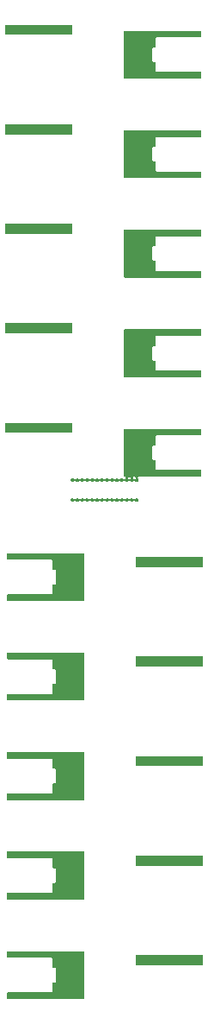
<source format=gbr>
G04 #@! TF.GenerationSoftware,KiCad,Pcbnew,(5.0.2)-1*
G04 #@! TF.CreationDate,2019-09-04T12:36:58-04:00*
G04 #@! TF.ProjectId,MMCX_2DD-100P_Both,4d4d4358-5f32-4444-942d-313030505f42,rev?*
G04 #@! TF.SameCoordinates,Original*
G04 #@! TF.FileFunction,Soldermask,Top*
G04 #@! TF.FilePolarity,Negative*
%FSLAX46Y46*%
G04 Gerber Fmt 4.6, Leading zero omitted, Abs format (unit mm)*
G04 Created by KiCad (PCBNEW (5.0.2)-1) date 9/4/2019 12:36:58 PM*
%MOMM*%
%LPD*%
G01*
G04 APERTURE LIST*
%ADD10C,0.100000*%
G04 APERTURE END LIST*
D10*
G36*
X81933789Y-144944833D02*
X81943401Y-144947749D01*
X81952259Y-144952484D01*
X81960027Y-144958859D01*
X81966402Y-144966627D01*
X81971137Y-144975485D01*
X81974053Y-144985097D01*
X81975642Y-145001236D01*
X81975642Y-146514256D01*
X81974053Y-146530395D01*
X81972137Y-146536710D01*
X81967356Y-146560744D01*
X81967356Y-146585248D01*
X81972136Y-146609281D01*
X81974790Y-146615688D01*
X81974790Y-147974237D01*
X81969156Y-147992810D01*
X81966754Y-148017196D01*
X81969156Y-148041582D01*
X81972137Y-148053482D01*
X81974053Y-148059797D01*
X81975642Y-148075936D01*
X81975642Y-149588956D01*
X81974053Y-149605095D01*
X81971137Y-149614707D01*
X81966402Y-149623565D01*
X81960027Y-149631333D01*
X81952259Y-149637708D01*
X81943401Y-149642443D01*
X81933789Y-149645359D01*
X81917650Y-149646948D01*
X74429930Y-149646948D01*
X74413791Y-149645359D01*
X74404179Y-149642443D01*
X74395321Y-149637708D01*
X74387553Y-149631333D01*
X74381178Y-149623565D01*
X74376443Y-149614707D01*
X74373527Y-149605095D01*
X74371938Y-149588956D01*
X74371938Y-149051236D01*
X74373527Y-149035097D01*
X74376443Y-149025485D01*
X74381178Y-149016627D01*
X74387553Y-149008859D01*
X74395321Y-149002484D01*
X74404179Y-148997749D01*
X74413791Y-148994833D01*
X74429930Y-148993244D01*
X78746938Y-148993244D01*
X78771324Y-148990842D01*
X78794773Y-148983729D01*
X78816384Y-148972178D01*
X78835326Y-148956632D01*
X78850872Y-148937690D01*
X78862423Y-148916079D01*
X78869536Y-148892630D01*
X78871938Y-148868244D01*
X78871938Y-148075936D01*
X78873527Y-148059797D01*
X78876443Y-148050185D01*
X78881178Y-148041327D01*
X78887553Y-148033559D01*
X78895321Y-148027184D01*
X78904179Y-148022449D01*
X78913791Y-148019533D01*
X78929930Y-148017944D01*
X79052590Y-148017944D01*
X79076976Y-148015542D01*
X79100425Y-148008429D01*
X79122036Y-147996878D01*
X79140978Y-147981332D01*
X79156524Y-147962390D01*
X79168075Y-147940779D01*
X79175188Y-147917330D01*
X79177590Y-147892944D01*
X79177590Y-146697248D01*
X79175188Y-146672862D01*
X79168075Y-146649413D01*
X79156524Y-146627802D01*
X79140978Y-146608860D01*
X79122036Y-146593314D01*
X79100425Y-146581763D01*
X79076976Y-146574650D01*
X79052590Y-146572248D01*
X78929930Y-146572248D01*
X78913791Y-146570659D01*
X78904179Y-146567743D01*
X78895321Y-146563008D01*
X78887553Y-146556633D01*
X78881178Y-146548865D01*
X78876443Y-146540007D01*
X78873527Y-146530395D01*
X78871938Y-146514256D01*
X78871938Y-145721948D01*
X78869536Y-145697562D01*
X78862423Y-145674113D01*
X78850872Y-145652502D01*
X78835326Y-145633560D01*
X78816384Y-145618014D01*
X78794773Y-145606463D01*
X78771324Y-145599350D01*
X78746938Y-145596948D01*
X74429930Y-145596948D01*
X74413791Y-145595359D01*
X74404179Y-145592443D01*
X74395321Y-145587708D01*
X74387553Y-145581333D01*
X74381178Y-145573565D01*
X74376443Y-145564707D01*
X74373527Y-145555095D01*
X74371938Y-145538956D01*
X74371938Y-145001236D01*
X74373527Y-144985097D01*
X74376443Y-144975485D01*
X74381178Y-144966627D01*
X74387553Y-144958859D01*
X74395321Y-144952484D01*
X74404179Y-144947749D01*
X74413791Y-144944833D01*
X74429930Y-144943244D01*
X81917650Y-144943244D01*
X81933789Y-144944833D01*
X81933789Y-144944833D01*
G37*
G36*
X93661440Y-146324275D02*
X87082440Y-146324275D01*
X87082440Y-145338355D01*
X93661440Y-145338355D01*
X93661440Y-146324275D01*
X93661440Y-146324275D01*
G37*
G36*
X81933789Y-135186313D02*
X81943401Y-135189229D01*
X81952259Y-135193964D01*
X81960027Y-135200339D01*
X81966402Y-135208107D01*
X81971137Y-135216965D01*
X81974053Y-135226577D01*
X81975642Y-135242716D01*
X81975642Y-136755736D01*
X81974053Y-136771875D01*
X81972137Y-136778190D01*
X81967356Y-136802224D01*
X81967356Y-136826728D01*
X81972136Y-136850761D01*
X81974790Y-136857168D01*
X81974790Y-138215717D01*
X81969156Y-138234290D01*
X81966754Y-138258676D01*
X81969156Y-138283062D01*
X81972137Y-138294962D01*
X81974053Y-138301277D01*
X81975642Y-138317416D01*
X81975642Y-139830436D01*
X81974053Y-139846575D01*
X81971137Y-139856187D01*
X81966402Y-139865045D01*
X81960027Y-139872813D01*
X81952259Y-139879188D01*
X81943401Y-139883923D01*
X81933789Y-139886839D01*
X81917650Y-139888428D01*
X74429930Y-139888428D01*
X74413791Y-139886839D01*
X74404179Y-139883923D01*
X74395321Y-139879188D01*
X74387553Y-139872813D01*
X74381178Y-139865045D01*
X74376443Y-139856187D01*
X74373527Y-139846575D01*
X74371938Y-139830436D01*
X74371938Y-139292716D01*
X74373527Y-139276577D01*
X74376443Y-139266965D01*
X74381178Y-139258107D01*
X74387553Y-139250339D01*
X74395321Y-139243964D01*
X74404179Y-139239229D01*
X74413791Y-139236313D01*
X74429930Y-139234724D01*
X78746938Y-139234724D01*
X78771324Y-139232322D01*
X78794773Y-139225209D01*
X78816384Y-139213658D01*
X78835326Y-139198112D01*
X78850872Y-139179170D01*
X78862423Y-139157559D01*
X78869536Y-139134110D01*
X78871938Y-139109724D01*
X78871938Y-138317416D01*
X78873527Y-138301277D01*
X78876443Y-138291665D01*
X78881178Y-138282807D01*
X78887553Y-138275039D01*
X78895321Y-138268664D01*
X78904179Y-138263929D01*
X78913791Y-138261013D01*
X78929930Y-138259424D01*
X79052590Y-138259424D01*
X79076976Y-138257022D01*
X79100425Y-138249909D01*
X79122036Y-138238358D01*
X79140978Y-138222812D01*
X79156524Y-138203870D01*
X79168075Y-138182259D01*
X79175188Y-138158810D01*
X79177590Y-138134424D01*
X79177590Y-136938728D01*
X79175188Y-136914342D01*
X79168075Y-136890893D01*
X79156524Y-136869282D01*
X79140978Y-136850340D01*
X79122036Y-136834794D01*
X79100425Y-136823243D01*
X79076976Y-136816130D01*
X79052590Y-136813728D01*
X78929930Y-136813728D01*
X78913791Y-136812139D01*
X78904179Y-136809223D01*
X78895321Y-136804488D01*
X78887553Y-136798113D01*
X78881178Y-136790345D01*
X78876443Y-136781487D01*
X78873527Y-136771875D01*
X78871938Y-136755736D01*
X78871938Y-135963428D01*
X78869536Y-135939042D01*
X78862423Y-135915593D01*
X78850872Y-135893982D01*
X78835326Y-135875040D01*
X78816384Y-135859494D01*
X78794773Y-135847943D01*
X78771324Y-135840830D01*
X78746938Y-135838428D01*
X74429930Y-135838428D01*
X74413791Y-135836839D01*
X74404179Y-135833923D01*
X74395321Y-135829188D01*
X74387553Y-135822813D01*
X74381178Y-135815045D01*
X74376443Y-135806187D01*
X74373527Y-135796575D01*
X74371938Y-135780436D01*
X74371938Y-135242716D01*
X74373527Y-135226577D01*
X74376443Y-135216965D01*
X74381178Y-135208107D01*
X74387553Y-135200339D01*
X74395321Y-135193964D01*
X74404179Y-135189229D01*
X74413791Y-135186313D01*
X74429930Y-135184724D01*
X81917650Y-135184724D01*
X81933789Y-135186313D01*
X81933789Y-135186313D01*
G37*
G36*
X93661440Y-136565758D02*
X87082440Y-136565758D01*
X87082440Y-135579838D01*
X93661440Y-135579838D01*
X93661440Y-136565758D01*
X93661440Y-136565758D01*
G37*
G36*
X81933789Y-125427793D02*
X81943401Y-125430709D01*
X81952259Y-125435444D01*
X81960027Y-125441819D01*
X81966402Y-125449587D01*
X81971137Y-125458445D01*
X81974053Y-125468057D01*
X81975642Y-125484196D01*
X81975642Y-126997216D01*
X81974053Y-127013355D01*
X81972137Y-127019670D01*
X81967356Y-127043704D01*
X81967356Y-127068208D01*
X81972136Y-127092241D01*
X81974790Y-127098648D01*
X81974790Y-128457197D01*
X81969156Y-128475770D01*
X81966754Y-128500156D01*
X81969156Y-128524542D01*
X81972137Y-128536442D01*
X81974053Y-128542757D01*
X81975642Y-128558896D01*
X81975642Y-130071916D01*
X81974053Y-130088055D01*
X81971137Y-130097667D01*
X81966402Y-130106525D01*
X81960027Y-130114293D01*
X81952259Y-130120668D01*
X81943401Y-130125403D01*
X81933789Y-130128319D01*
X81917650Y-130129908D01*
X74429930Y-130129908D01*
X74413791Y-130128319D01*
X74404179Y-130125403D01*
X74395321Y-130120668D01*
X74387553Y-130114293D01*
X74381178Y-130106525D01*
X74376443Y-130097667D01*
X74373527Y-130088055D01*
X74371938Y-130071916D01*
X74371938Y-129534196D01*
X74373527Y-129518057D01*
X74376443Y-129508445D01*
X74381178Y-129499587D01*
X74387553Y-129491819D01*
X74395321Y-129485444D01*
X74404179Y-129480709D01*
X74413791Y-129477793D01*
X74429930Y-129476204D01*
X78746938Y-129476204D01*
X78771324Y-129473802D01*
X78794773Y-129466689D01*
X78816384Y-129455138D01*
X78835326Y-129439592D01*
X78850872Y-129420650D01*
X78862423Y-129399039D01*
X78869536Y-129375590D01*
X78871938Y-129351204D01*
X78871938Y-128558896D01*
X78873527Y-128542757D01*
X78876443Y-128533145D01*
X78881178Y-128524287D01*
X78887553Y-128516519D01*
X78895321Y-128510144D01*
X78904179Y-128505409D01*
X78913791Y-128502493D01*
X78929930Y-128500904D01*
X79052590Y-128500904D01*
X79076976Y-128498502D01*
X79100425Y-128491389D01*
X79122036Y-128479838D01*
X79140978Y-128464292D01*
X79156524Y-128445350D01*
X79168075Y-128423739D01*
X79175188Y-128400290D01*
X79177590Y-128375904D01*
X79177590Y-127180208D01*
X79175188Y-127155822D01*
X79168075Y-127132373D01*
X79156524Y-127110762D01*
X79140978Y-127091820D01*
X79122036Y-127076274D01*
X79100425Y-127064723D01*
X79076976Y-127057610D01*
X79052590Y-127055208D01*
X78929930Y-127055208D01*
X78913791Y-127053619D01*
X78904179Y-127050703D01*
X78895321Y-127045968D01*
X78887553Y-127039593D01*
X78881178Y-127031825D01*
X78876443Y-127022967D01*
X78873527Y-127013355D01*
X78871938Y-126997216D01*
X78871938Y-126204908D01*
X78869536Y-126180522D01*
X78862423Y-126157073D01*
X78850872Y-126135462D01*
X78835326Y-126116520D01*
X78816384Y-126100974D01*
X78794773Y-126089423D01*
X78771324Y-126082310D01*
X78746938Y-126079908D01*
X74429930Y-126079908D01*
X74413791Y-126078319D01*
X74404179Y-126075403D01*
X74395321Y-126070668D01*
X74387553Y-126064293D01*
X74381178Y-126056525D01*
X74376443Y-126047667D01*
X74373527Y-126038055D01*
X74371938Y-126021916D01*
X74371938Y-125484196D01*
X74373527Y-125468057D01*
X74376443Y-125458445D01*
X74381178Y-125449587D01*
X74387553Y-125441819D01*
X74395321Y-125435444D01*
X74404179Y-125430709D01*
X74413791Y-125427793D01*
X74429930Y-125426204D01*
X81917650Y-125426204D01*
X81933789Y-125427793D01*
X81933789Y-125427793D01*
G37*
G36*
X93661440Y-126807235D02*
X87082440Y-126807235D01*
X87082440Y-125821315D01*
X93661440Y-125821315D01*
X93661440Y-126807235D01*
X93661440Y-126807235D01*
G37*
G36*
X81933789Y-115669273D02*
X81943401Y-115672189D01*
X81952259Y-115676924D01*
X81960027Y-115683299D01*
X81966402Y-115691067D01*
X81971137Y-115699925D01*
X81974053Y-115709537D01*
X81975642Y-115725676D01*
X81975642Y-117238696D01*
X81974053Y-117254835D01*
X81972137Y-117261150D01*
X81967356Y-117285184D01*
X81967356Y-117309688D01*
X81972136Y-117333721D01*
X81974790Y-117340128D01*
X81974790Y-118698677D01*
X81969156Y-118717250D01*
X81966754Y-118741636D01*
X81969156Y-118766022D01*
X81972137Y-118777922D01*
X81974053Y-118784237D01*
X81975642Y-118800376D01*
X81975642Y-120313396D01*
X81974053Y-120329535D01*
X81971137Y-120339147D01*
X81966402Y-120348005D01*
X81960027Y-120355773D01*
X81952259Y-120362148D01*
X81943401Y-120366883D01*
X81933789Y-120369799D01*
X81917650Y-120371388D01*
X74429930Y-120371388D01*
X74413791Y-120369799D01*
X74404179Y-120366883D01*
X74395321Y-120362148D01*
X74387553Y-120355773D01*
X74381178Y-120348005D01*
X74376443Y-120339147D01*
X74373527Y-120329535D01*
X74371938Y-120313396D01*
X74371938Y-119775676D01*
X74373527Y-119759537D01*
X74376443Y-119749925D01*
X74381178Y-119741067D01*
X74387553Y-119733299D01*
X74395321Y-119726924D01*
X74404179Y-119722189D01*
X74413791Y-119719273D01*
X74429930Y-119717684D01*
X78746938Y-119717684D01*
X78771324Y-119715282D01*
X78794773Y-119708169D01*
X78816384Y-119696618D01*
X78835326Y-119681072D01*
X78850872Y-119662130D01*
X78862423Y-119640519D01*
X78869536Y-119617070D01*
X78871938Y-119592684D01*
X78871938Y-118800376D01*
X78873527Y-118784237D01*
X78876443Y-118774625D01*
X78881178Y-118765767D01*
X78887553Y-118757999D01*
X78895321Y-118751624D01*
X78904179Y-118746889D01*
X78913791Y-118743973D01*
X78929930Y-118742384D01*
X79052590Y-118742384D01*
X79076976Y-118739982D01*
X79100425Y-118732869D01*
X79122036Y-118721318D01*
X79140978Y-118705772D01*
X79156524Y-118686830D01*
X79168075Y-118665219D01*
X79175188Y-118641770D01*
X79177590Y-118617384D01*
X79177590Y-117421688D01*
X79175188Y-117397302D01*
X79168075Y-117373853D01*
X79156524Y-117352242D01*
X79140978Y-117333300D01*
X79122036Y-117317754D01*
X79100425Y-117306203D01*
X79076976Y-117299090D01*
X79052590Y-117296688D01*
X78929930Y-117296688D01*
X78913791Y-117295099D01*
X78904179Y-117292183D01*
X78895321Y-117287448D01*
X78887553Y-117281073D01*
X78881178Y-117273305D01*
X78876443Y-117264447D01*
X78873527Y-117254835D01*
X78871938Y-117238696D01*
X78871938Y-116446388D01*
X78869536Y-116422002D01*
X78862423Y-116398553D01*
X78850872Y-116376942D01*
X78835326Y-116358000D01*
X78816384Y-116342454D01*
X78794773Y-116330903D01*
X78771324Y-116323790D01*
X78746938Y-116321388D01*
X74429930Y-116321388D01*
X74413791Y-116319799D01*
X74404179Y-116316883D01*
X74395321Y-116312148D01*
X74387553Y-116305773D01*
X74381178Y-116298005D01*
X74376443Y-116289147D01*
X74373527Y-116279535D01*
X74371938Y-116263396D01*
X74371938Y-115725676D01*
X74373527Y-115709537D01*
X74376443Y-115699925D01*
X74381178Y-115691067D01*
X74387553Y-115683299D01*
X74395321Y-115676924D01*
X74404179Y-115672189D01*
X74413791Y-115669273D01*
X74429930Y-115667684D01*
X81917650Y-115667684D01*
X81933789Y-115669273D01*
X81933789Y-115669273D01*
G37*
G36*
X93661440Y-117048715D02*
X87082440Y-117048715D01*
X87082440Y-116062795D01*
X93661440Y-116062795D01*
X93661440Y-117048715D01*
X93661440Y-117048715D01*
G37*
G36*
X81933789Y-105910753D02*
X81943401Y-105913669D01*
X81952259Y-105918404D01*
X81960027Y-105924779D01*
X81966402Y-105932547D01*
X81971137Y-105941405D01*
X81974053Y-105951017D01*
X81975642Y-105967156D01*
X81975642Y-107480176D01*
X81974053Y-107496315D01*
X81972137Y-107502630D01*
X81967356Y-107526664D01*
X81967356Y-107551168D01*
X81972136Y-107575201D01*
X81974790Y-107581608D01*
X81974790Y-108940157D01*
X81969156Y-108958730D01*
X81966754Y-108983116D01*
X81969156Y-109007502D01*
X81972137Y-109019402D01*
X81974053Y-109025717D01*
X81975642Y-109041856D01*
X81975642Y-110554876D01*
X81974053Y-110571015D01*
X81971137Y-110580627D01*
X81966402Y-110589485D01*
X81960027Y-110597253D01*
X81952259Y-110603628D01*
X81943401Y-110608363D01*
X81933789Y-110611279D01*
X81917650Y-110612868D01*
X74429930Y-110612868D01*
X74413791Y-110611279D01*
X74404179Y-110608363D01*
X74395321Y-110603628D01*
X74387553Y-110597253D01*
X74381178Y-110589485D01*
X74376443Y-110580627D01*
X74373527Y-110571015D01*
X74371938Y-110554876D01*
X74371938Y-110017156D01*
X74373527Y-110001017D01*
X74376443Y-109991405D01*
X74381178Y-109982547D01*
X74387553Y-109974779D01*
X74395321Y-109968404D01*
X74404179Y-109963669D01*
X74413791Y-109960753D01*
X74429930Y-109959164D01*
X78746938Y-109959164D01*
X78771324Y-109956762D01*
X78794773Y-109949649D01*
X78816384Y-109938098D01*
X78835326Y-109922552D01*
X78850872Y-109903610D01*
X78862423Y-109881999D01*
X78869536Y-109858550D01*
X78871938Y-109834164D01*
X78871938Y-109041856D01*
X78873527Y-109025717D01*
X78876443Y-109016105D01*
X78881178Y-109007247D01*
X78887553Y-108999479D01*
X78895321Y-108993104D01*
X78904179Y-108988369D01*
X78913791Y-108985453D01*
X78929930Y-108983864D01*
X79052590Y-108983864D01*
X79076976Y-108981462D01*
X79100425Y-108974349D01*
X79122036Y-108962798D01*
X79140978Y-108947252D01*
X79156524Y-108928310D01*
X79168075Y-108906699D01*
X79175188Y-108883250D01*
X79177590Y-108858864D01*
X79177590Y-107663168D01*
X79175188Y-107638782D01*
X79168075Y-107615333D01*
X79156524Y-107593722D01*
X79140978Y-107574780D01*
X79122036Y-107559234D01*
X79100425Y-107547683D01*
X79076976Y-107540570D01*
X79052590Y-107538168D01*
X78929930Y-107538168D01*
X78913791Y-107536579D01*
X78904179Y-107533663D01*
X78895321Y-107528928D01*
X78887553Y-107522553D01*
X78881178Y-107514785D01*
X78876443Y-107505927D01*
X78873527Y-107496315D01*
X78871938Y-107480176D01*
X78871938Y-106687868D01*
X78869536Y-106663482D01*
X78862423Y-106640033D01*
X78850872Y-106618422D01*
X78835326Y-106599480D01*
X78816384Y-106583934D01*
X78794773Y-106572383D01*
X78771324Y-106565270D01*
X78746938Y-106562868D01*
X74429930Y-106562868D01*
X74413791Y-106561279D01*
X74404179Y-106558363D01*
X74395321Y-106553628D01*
X74387553Y-106547253D01*
X74381178Y-106539485D01*
X74376443Y-106530627D01*
X74373527Y-106521015D01*
X74371938Y-106504876D01*
X74371938Y-105967156D01*
X74373527Y-105951017D01*
X74376443Y-105941405D01*
X74381178Y-105932547D01*
X74387553Y-105924779D01*
X74395321Y-105918404D01*
X74404179Y-105913669D01*
X74413791Y-105910753D01*
X74429930Y-105909164D01*
X81917650Y-105909164D01*
X81933789Y-105910753D01*
X81933789Y-105910753D01*
G37*
G36*
X93661440Y-107290195D02*
X87082440Y-107290195D01*
X87082440Y-106304275D01*
X93661440Y-106304275D01*
X93661440Y-107290195D01*
X93661440Y-107290195D01*
G37*
G36*
X80856430Y-100537611D02*
X80856432Y-100537612D01*
X80856433Y-100537612D01*
X80863770Y-100540651D01*
X80888828Y-100551030D01*
X80917981Y-100570510D01*
X80942773Y-100595302D01*
X80944541Y-100597948D01*
X80960086Y-100616891D01*
X80979028Y-100632436D01*
X81000639Y-100643988D01*
X81024088Y-100651101D01*
X81048474Y-100653503D01*
X81072860Y-100651101D01*
X81096310Y-100643988D01*
X81117920Y-100632437D01*
X81136863Y-100616892D01*
X81152409Y-100597948D01*
X81154177Y-100595302D01*
X81178969Y-100570510D01*
X81208122Y-100551030D01*
X81233180Y-100540651D01*
X81240517Y-100537612D01*
X81240518Y-100537612D01*
X81240520Y-100537611D01*
X81274905Y-100530771D01*
X81309971Y-100530771D01*
X81344356Y-100537611D01*
X81344358Y-100537612D01*
X81344359Y-100537612D01*
X81351696Y-100540651D01*
X81376754Y-100551030D01*
X81405907Y-100570510D01*
X81430699Y-100595302D01*
X81432467Y-100597948D01*
X81448012Y-100616891D01*
X81466954Y-100632436D01*
X81488565Y-100643988D01*
X81512014Y-100651101D01*
X81536400Y-100653503D01*
X81560786Y-100651101D01*
X81584236Y-100643988D01*
X81605846Y-100632437D01*
X81624789Y-100616892D01*
X81640335Y-100597948D01*
X81642103Y-100595302D01*
X81666895Y-100570510D01*
X81696048Y-100551030D01*
X81721106Y-100540651D01*
X81728443Y-100537612D01*
X81728444Y-100537612D01*
X81728446Y-100537611D01*
X81762831Y-100530771D01*
X81797897Y-100530771D01*
X81832282Y-100537611D01*
X81832284Y-100537612D01*
X81832285Y-100537612D01*
X81839622Y-100540651D01*
X81864680Y-100551030D01*
X81893833Y-100570510D01*
X81918625Y-100595302D01*
X81920393Y-100597948D01*
X81935938Y-100616891D01*
X81954880Y-100632436D01*
X81976491Y-100643988D01*
X81999940Y-100651101D01*
X82024326Y-100653503D01*
X82048712Y-100651101D01*
X82072162Y-100643988D01*
X82093772Y-100632437D01*
X82112715Y-100616892D01*
X82128261Y-100597948D01*
X82130029Y-100595302D01*
X82154821Y-100570510D01*
X82183974Y-100551030D01*
X82209032Y-100540651D01*
X82216369Y-100537612D01*
X82216370Y-100537612D01*
X82216372Y-100537611D01*
X82250757Y-100530771D01*
X82285823Y-100530771D01*
X82320208Y-100537611D01*
X82320210Y-100537612D01*
X82320211Y-100537612D01*
X82327548Y-100540651D01*
X82352606Y-100551030D01*
X82381759Y-100570510D01*
X82406551Y-100595302D01*
X82408319Y-100597948D01*
X82423864Y-100616891D01*
X82442806Y-100632436D01*
X82464417Y-100643988D01*
X82487866Y-100651101D01*
X82512252Y-100653503D01*
X82536638Y-100651101D01*
X82560088Y-100643988D01*
X82581698Y-100632437D01*
X82600641Y-100616892D01*
X82616187Y-100597948D01*
X82617955Y-100595302D01*
X82642747Y-100570510D01*
X82671900Y-100551030D01*
X82696958Y-100540651D01*
X82704295Y-100537612D01*
X82704296Y-100537612D01*
X82704298Y-100537611D01*
X82738683Y-100530771D01*
X82773749Y-100530771D01*
X82808134Y-100537611D01*
X82808136Y-100537612D01*
X82808137Y-100537612D01*
X82815474Y-100540651D01*
X82840532Y-100551030D01*
X82869685Y-100570510D01*
X82894477Y-100595302D01*
X82896245Y-100597948D01*
X82911790Y-100616891D01*
X82930732Y-100632436D01*
X82952343Y-100643988D01*
X82975792Y-100651101D01*
X83000178Y-100653503D01*
X83024564Y-100651101D01*
X83048014Y-100643988D01*
X83069624Y-100632437D01*
X83088567Y-100616892D01*
X83104113Y-100597948D01*
X83105881Y-100595302D01*
X83130673Y-100570510D01*
X83159826Y-100551030D01*
X83184884Y-100540651D01*
X83192221Y-100537612D01*
X83192222Y-100537612D01*
X83192224Y-100537611D01*
X83226609Y-100530771D01*
X83261675Y-100530771D01*
X83296060Y-100537611D01*
X83296062Y-100537612D01*
X83296063Y-100537612D01*
X83303400Y-100540651D01*
X83328458Y-100551030D01*
X83357611Y-100570510D01*
X83382403Y-100595302D01*
X83384171Y-100597948D01*
X83399716Y-100616891D01*
X83418658Y-100632436D01*
X83440269Y-100643988D01*
X83463718Y-100651101D01*
X83488104Y-100653503D01*
X83512490Y-100651101D01*
X83535940Y-100643988D01*
X83557550Y-100632437D01*
X83576493Y-100616892D01*
X83592039Y-100597948D01*
X83593807Y-100595302D01*
X83618599Y-100570510D01*
X83647752Y-100551030D01*
X83672810Y-100540651D01*
X83680147Y-100537612D01*
X83680148Y-100537612D01*
X83680150Y-100537611D01*
X83714535Y-100530771D01*
X83749601Y-100530771D01*
X83783986Y-100537611D01*
X83783988Y-100537612D01*
X83783989Y-100537612D01*
X83791326Y-100540651D01*
X83816384Y-100551030D01*
X83845537Y-100570510D01*
X83870329Y-100595302D01*
X83872097Y-100597948D01*
X83887642Y-100616891D01*
X83906584Y-100632436D01*
X83928195Y-100643988D01*
X83951644Y-100651101D01*
X83976030Y-100653503D01*
X84000416Y-100651101D01*
X84023866Y-100643988D01*
X84045476Y-100632437D01*
X84064419Y-100616892D01*
X84079965Y-100597948D01*
X84081733Y-100595302D01*
X84106525Y-100570510D01*
X84135678Y-100551030D01*
X84160736Y-100540651D01*
X84168073Y-100537612D01*
X84168074Y-100537612D01*
X84168076Y-100537611D01*
X84202461Y-100530771D01*
X84237527Y-100530771D01*
X84271912Y-100537611D01*
X84271914Y-100537612D01*
X84271915Y-100537612D01*
X84279252Y-100540651D01*
X84304310Y-100551030D01*
X84333463Y-100570510D01*
X84358255Y-100595302D01*
X84360023Y-100597948D01*
X84375568Y-100616891D01*
X84394510Y-100632436D01*
X84416121Y-100643988D01*
X84439570Y-100651101D01*
X84463956Y-100653503D01*
X84488342Y-100651101D01*
X84511792Y-100643988D01*
X84533402Y-100632437D01*
X84552345Y-100616892D01*
X84567891Y-100597948D01*
X84569659Y-100595302D01*
X84594451Y-100570510D01*
X84623604Y-100551030D01*
X84648662Y-100540651D01*
X84655999Y-100537612D01*
X84656000Y-100537612D01*
X84656002Y-100537611D01*
X84690387Y-100530771D01*
X84725453Y-100530771D01*
X84759838Y-100537611D01*
X84759840Y-100537612D01*
X84759841Y-100537612D01*
X84767178Y-100540651D01*
X84792236Y-100551030D01*
X84821389Y-100570510D01*
X84846181Y-100595302D01*
X84847949Y-100597948D01*
X84863494Y-100616891D01*
X84882436Y-100632436D01*
X84904047Y-100643988D01*
X84927496Y-100651101D01*
X84951882Y-100653503D01*
X84976268Y-100651101D01*
X84999718Y-100643988D01*
X85021328Y-100632437D01*
X85040271Y-100616892D01*
X85055817Y-100597948D01*
X85057585Y-100595302D01*
X85082377Y-100570510D01*
X85111530Y-100551030D01*
X85136588Y-100540651D01*
X85143925Y-100537612D01*
X85143926Y-100537612D01*
X85143928Y-100537611D01*
X85178313Y-100530771D01*
X85213379Y-100530771D01*
X85247764Y-100537611D01*
X85247766Y-100537612D01*
X85247767Y-100537612D01*
X85255104Y-100540651D01*
X85280162Y-100551030D01*
X85309315Y-100570510D01*
X85334107Y-100595302D01*
X85335875Y-100597948D01*
X85351420Y-100616891D01*
X85370362Y-100632436D01*
X85391973Y-100643988D01*
X85415422Y-100651101D01*
X85439808Y-100653503D01*
X85464194Y-100651101D01*
X85487644Y-100643988D01*
X85509254Y-100632437D01*
X85528197Y-100616892D01*
X85543743Y-100597948D01*
X85545511Y-100595302D01*
X85570303Y-100570510D01*
X85599456Y-100551030D01*
X85624514Y-100540651D01*
X85631851Y-100537612D01*
X85631852Y-100537612D01*
X85631854Y-100537611D01*
X85666239Y-100530771D01*
X85701305Y-100530771D01*
X85735690Y-100537611D01*
X85735692Y-100537612D01*
X85735693Y-100537612D01*
X85743030Y-100540651D01*
X85768088Y-100551030D01*
X85797241Y-100570510D01*
X85822033Y-100595302D01*
X85823801Y-100597948D01*
X85839346Y-100616891D01*
X85858288Y-100632436D01*
X85879899Y-100643988D01*
X85903348Y-100651101D01*
X85927734Y-100653503D01*
X85952120Y-100651101D01*
X85975570Y-100643988D01*
X85997180Y-100632437D01*
X86016123Y-100616892D01*
X86031669Y-100597948D01*
X86033437Y-100595302D01*
X86058229Y-100570510D01*
X86087382Y-100551030D01*
X86112440Y-100540651D01*
X86119777Y-100537612D01*
X86119778Y-100537612D01*
X86119780Y-100537611D01*
X86154165Y-100530771D01*
X86189231Y-100530771D01*
X86223616Y-100537611D01*
X86223618Y-100537612D01*
X86223619Y-100537612D01*
X86230956Y-100540651D01*
X86256014Y-100551030D01*
X86285167Y-100570510D01*
X86309959Y-100595302D01*
X86311727Y-100597948D01*
X86327272Y-100616891D01*
X86346214Y-100632436D01*
X86367825Y-100643988D01*
X86391274Y-100651101D01*
X86415660Y-100653503D01*
X86440046Y-100651101D01*
X86463496Y-100643988D01*
X86485106Y-100632437D01*
X86504049Y-100616892D01*
X86519595Y-100597948D01*
X86521363Y-100595302D01*
X86546155Y-100570510D01*
X86575308Y-100551030D01*
X86600366Y-100540651D01*
X86607703Y-100537612D01*
X86607704Y-100537612D01*
X86607706Y-100537611D01*
X86642091Y-100530771D01*
X86677157Y-100530771D01*
X86711542Y-100537611D01*
X86711544Y-100537612D01*
X86711545Y-100537612D01*
X86718882Y-100540651D01*
X86743940Y-100551030D01*
X86773093Y-100570510D01*
X86797885Y-100595302D01*
X86799653Y-100597948D01*
X86815198Y-100616891D01*
X86834140Y-100632436D01*
X86855751Y-100643988D01*
X86879200Y-100651101D01*
X86903586Y-100653503D01*
X86927972Y-100651101D01*
X86951422Y-100643988D01*
X86973032Y-100632437D01*
X86991975Y-100616892D01*
X87007521Y-100597948D01*
X87009289Y-100595302D01*
X87034081Y-100570510D01*
X87063234Y-100551030D01*
X87088292Y-100540651D01*
X87095629Y-100537612D01*
X87095630Y-100537612D01*
X87095632Y-100537611D01*
X87130017Y-100530771D01*
X87165083Y-100530771D01*
X87199468Y-100537611D01*
X87199470Y-100537612D01*
X87199471Y-100537612D01*
X87206808Y-100540651D01*
X87231866Y-100551030D01*
X87261019Y-100570510D01*
X87285811Y-100595302D01*
X87305291Y-100624455D01*
X87308597Y-100632437D01*
X87318709Y-100656850D01*
X87325550Y-100691240D01*
X87325550Y-100726302D01*
X87318709Y-100760692D01*
X87316328Y-100766441D01*
X87305291Y-100793087D01*
X87285811Y-100822240D01*
X87261019Y-100847032D01*
X87231866Y-100866512D01*
X87206808Y-100876891D01*
X87199471Y-100879930D01*
X87199470Y-100879930D01*
X87199468Y-100879931D01*
X87165083Y-100886771D01*
X87130017Y-100886771D01*
X87095632Y-100879931D01*
X87095630Y-100879930D01*
X87095629Y-100879930D01*
X87088292Y-100876891D01*
X87063234Y-100866512D01*
X87034081Y-100847032D01*
X87009289Y-100822240D01*
X87007521Y-100819594D01*
X86991976Y-100800651D01*
X86973034Y-100785106D01*
X86951423Y-100773554D01*
X86927974Y-100766441D01*
X86903588Y-100764039D01*
X86879202Y-100766441D01*
X86855752Y-100773554D01*
X86834142Y-100785105D01*
X86815199Y-100800650D01*
X86799653Y-100819594D01*
X86797885Y-100822240D01*
X86773093Y-100847032D01*
X86743940Y-100866512D01*
X86718882Y-100876891D01*
X86711545Y-100879930D01*
X86711544Y-100879930D01*
X86711542Y-100879931D01*
X86677157Y-100886771D01*
X86642091Y-100886771D01*
X86607706Y-100879931D01*
X86607704Y-100879930D01*
X86607703Y-100879930D01*
X86600366Y-100876891D01*
X86575308Y-100866512D01*
X86546155Y-100847032D01*
X86521363Y-100822240D01*
X86519595Y-100819594D01*
X86504050Y-100800651D01*
X86485108Y-100785106D01*
X86463497Y-100773554D01*
X86440048Y-100766441D01*
X86415662Y-100764039D01*
X86391276Y-100766441D01*
X86367826Y-100773554D01*
X86346216Y-100785105D01*
X86327273Y-100800650D01*
X86311727Y-100819594D01*
X86309959Y-100822240D01*
X86285167Y-100847032D01*
X86256014Y-100866512D01*
X86230956Y-100876891D01*
X86223619Y-100879930D01*
X86223618Y-100879930D01*
X86223616Y-100879931D01*
X86189231Y-100886771D01*
X86154165Y-100886771D01*
X86119780Y-100879931D01*
X86119778Y-100879930D01*
X86119777Y-100879930D01*
X86112440Y-100876891D01*
X86087382Y-100866512D01*
X86058229Y-100847032D01*
X86033437Y-100822240D01*
X86031669Y-100819594D01*
X86016124Y-100800651D01*
X85997182Y-100785106D01*
X85975571Y-100773554D01*
X85952122Y-100766441D01*
X85927736Y-100764039D01*
X85903350Y-100766441D01*
X85879900Y-100773554D01*
X85858290Y-100785105D01*
X85839347Y-100800650D01*
X85823801Y-100819594D01*
X85822033Y-100822240D01*
X85797241Y-100847032D01*
X85768088Y-100866512D01*
X85743030Y-100876891D01*
X85735693Y-100879930D01*
X85735692Y-100879930D01*
X85735690Y-100879931D01*
X85701305Y-100886771D01*
X85666239Y-100886771D01*
X85631854Y-100879931D01*
X85631852Y-100879930D01*
X85631851Y-100879930D01*
X85624514Y-100876891D01*
X85599456Y-100866512D01*
X85570303Y-100847032D01*
X85545511Y-100822240D01*
X85543743Y-100819594D01*
X85528198Y-100800651D01*
X85509256Y-100785106D01*
X85487645Y-100773554D01*
X85464196Y-100766441D01*
X85439810Y-100764039D01*
X85415424Y-100766441D01*
X85391974Y-100773554D01*
X85370364Y-100785105D01*
X85351421Y-100800650D01*
X85335875Y-100819594D01*
X85334107Y-100822240D01*
X85309315Y-100847032D01*
X85280162Y-100866512D01*
X85255104Y-100876891D01*
X85247767Y-100879930D01*
X85247766Y-100879930D01*
X85247764Y-100879931D01*
X85213379Y-100886771D01*
X85178313Y-100886771D01*
X85143928Y-100879931D01*
X85143926Y-100879930D01*
X85143925Y-100879930D01*
X85136588Y-100876891D01*
X85111530Y-100866512D01*
X85082377Y-100847032D01*
X85057585Y-100822240D01*
X85055817Y-100819594D01*
X85040272Y-100800651D01*
X85021330Y-100785106D01*
X84999719Y-100773554D01*
X84976270Y-100766441D01*
X84951884Y-100764039D01*
X84927498Y-100766441D01*
X84904048Y-100773554D01*
X84882438Y-100785105D01*
X84863495Y-100800650D01*
X84847949Y-100819594D01*
X84846181Y-100822240D01*
X84821389Y-100847032D01*
X84792236Y-100866512D01*
X84767178Y-100876891D01*
X84759841Y-100879930D01*
X84759840Y-100879930D01*
X84759838Y-100879931D01*
X84725453Y-100886771D01*
X84690387Y-100886771D01*
X84656002Y-100879931D01*
X84656000Y-100879930D01*
X84655999Y-100879930D01*
X84648662Y-100876891D01*
X84623604Y-100866512D01*
X84594451Y-100847032D01*
X84569659Y-100822240D01*
X84567891Y-100819594D01*
X84552346Y-100800651D01*
X84533404Y-100785106D01*
X84511793Y-100773554D01*
X84488344Y-100766441D01*
X84463958Y-100764039D01*
X84439572Y-100766441D01*
X84416122Y-100773554D01*
X84394512Y-100785105D01*
X84375569Y-100800650D01*
X84360023Y-100819594D01*
X84358255Y-100822240D01*
X84333463Y-100847032D01*
X84304310Y-100866512D01*
X84279252Y-100876891D01*
X84271915Y-100879930D01*
X84271914Y-100879930D01*
X84271912Y-100879931D01*
X84237527Y-100886771D01*
X84202461Y-100886771D01*
X84168076Y-100879931D01*
X84168074Y-100879930D01*
X84168073Y-100879930D01*
X84160736Y-100876891D01*
X84135678Y-100866512D01*
X84106525Y-100847032D01*
X84081733Y-100822240D01*
X84079965Y-100819594D01*
X84064420Y-100800651D01*
X84045478Y-100785106D01*
X84023867Y-100773554D01*
X84000418Y-100766441D01*
X83976032Y-100764039D01*
X83951646Y-100766441D01*
X83928196Y-100773554D01*
X83906586Y-100785105D01*
X83887643Y-100800650D01*
X83872097Y-100819594D01*
X83870329Y-100822240D01*
X83845537Y-100847032D01*
X83816384Y-100866512D01*
X83791326Y-100876891D01*
X83783989Y-100879930D01*
X83783988Y-100879930D01*
X83783986Y-100879931D01*
X83749601Y-100886771D01*
X83714535Y-100886771D01*
X83680150Y-100879931D01*
X83680148Y-100879930D01*
X83680147Y-100879930D01*
X83672810Y-100876891D01*
X83647752Y-100866512D01*
X83618599Y-100847032D01*
X83593807Y-100822240D01*
X83592039Y-100819594D01*
X83576494Y-100800651D01*
X83557552Y-100785106D01*
X83535941Y-100773554D01*
X83512492Y-100766441D01*
X83488106Y-100764039D01*
X83463720Y-100766441D01*
X83440270Y-100773554D01*
X83418660Y-100785105D01*
X83399717Y-100800650D01*
X83384171Y-100819594D01*
X83382403Y-100822240D01*
X83357611Y-100847032D01*
X83328458Y-100866512D01*
X83303400Y-100876891D01*
X83296063Y-100879930D01*
X83296062Y-100879930D01*
X83296060Y-100879931D01*
X83261675Y-100886771D01*
X83226609Y-100886771D01*
X83192224Y-100879931D01*
X83192222Y-100879930D01*
X83192221Y-100879930D01*
X83184884Y-100876891D01*
X83159826Y-100866512D01*
X83130673Y-100847032D01*
X83105881Y-100822240D01*
X83104113Y-100819594D01*
X83088568Y-100800651D01*
X83069626Y-100785106D01*
X83048015Y-100773554D01*
X83024566Y-100766441D01*
X83000180Y-100764039D01*
X82975794Y-100766441D01*
X82952344Y-100773554D01*
X82930734Y-100785105D01*
X82911791Y-100800650D01*
X82896245Y-100819594D01*
X82894477Y-100822240D01*
X82869685Y-100847032D01*
X82840532Y-100866512D01*
X82815474Y-100876891D01*
X82808137Y-100879930D01*
X82808136Y-100879930D01*
X82808134Y-100879931D01*
X82773749Y-100886771D01*
X82738683Y-100886771D01*
X82704298Y-100879931D01*
X82704296Y-100879930D01*
X82704295Y-100879930D01*
X82696958Y-100876891D01*
X82671900Y-100866512D01*
X82642747Y-100847032D01*
X82617955Y-100822240D01*
X82616187Y-100819594D01*
X82600642Y-100800651D01*
X82581700Y-100785106D01*
X82560089Y-100773554D01*
X82536640Y-100766441D01*
X82512254Y-100764039D01*
X82487868Y-100766441D01*
X82464418Y-100773554D01*
X82442808Y-100785105D01*
X82423865Y-100800650D01*
X82408319Y-100819594D01*
X82406551Y-100822240D01*
X82381759Y-100847032D01*
X82352606Y-100866512D01*
X82327548Y-100876891D01*
X82320211Y-100879930D01*
X82320210Y-100879930D01*
X82320208Y-100879931D01*
X82285823Y-100886771D01*
X82250757Y-100886771D01*
X82216372Y-100879931D01*
X82216370Y-100879930D01*
X82216369Y-100879930D01*
X82209032Y-100876891D01*
X82183974Y-100866512D01*
X82154821Y-100847032D01*
X82130029Y-100822240D01*
X82128261Y-100819594D01*
X82112716Y-100800651D01*
X82093774Y-100785106D01*
X82072163Y-100773554D01*
X82048714Y-100766441D01*
X82024328Y-100764039D01*
X81999942Y-100766441D01*
X81976492Y-100773554D01*
X81954882Y-100785105D01*
X81935939Y-100800650D01*
X81920393Y-100819594D01*
X81918625Y-100822240D01*
X81893833Y-100847032D01*
X81864680Y-100866512D01*
X81839622Y-100876891D01*
X81832285Y-100879930D01*
X81832284Y-100879930D01*
X81832282Y-100879931D01*
X81797897Y-100886771D01*
X81762831Y-100886771D01*
X81728446Y-100879931D01*
X81728444Y-100879930D01*
X81728443Y-100879930D01*
X81721106Y-100876891D01*
X81696048Y-100866512D01*
X81666895Y-100847032D01*
X81642103Y-100822240D01*
X81640335Y-100819594D01*
X81624790Y-100800651D01*
X81605848Y-100785106D01*
X81584237Y-100773554D01*
X81560788Y-100766441D01*
X81536402Y-100764039D01*
X81512016Y-100766441D01*
X81488566Y-100773554D01*
X81466956Y-100785105D01*
X81448013Y-100800650D01*
X81432467Y-100819594D01*
X81430699Y-100822240D01*
X81405907Y-100847032D01*
X81376754Y-100866512D01*
X81351696Y-100876891D01*
X81344359Y-100879930D01*
X81344358Y-100879930D01*
X81344356Y-100879931D01*
X81309971Y-100886771D01*
X81274905Y-100886771D01*
X81240520Y-100879931D01*
X81240518Y-100879930D01*
X81240517Y-100879930D01*
X81233180Y-100876891D01*
X81208122Y-100866512D01*
X81178969Y-100847032D01*
X81154177Y-100822240D01*
X81152409Y-100819594D01*
X81136864Y-100800651D01*
X81117922Y-100785106D01*
X81096311Y-100773554D01*
X81072862Y-100766441D01*
X81048476Y-100764039D01*
X81024090Y-100766441D01*
X81000640Y-100773554D01*
X80979030Y-100785105D01*
X80960087Y-100800650D01*
X80944541Y-100819594D01*
X80942773Y-100822240D01*
X80917981Y-100847032D01*
X80888828Y-100866512D01*
X80863770Y-100876891D01*
X80856433Y-100879930D01*
X80856432Y-100879930D01*
X80856430Y-100879931D01*
X80822045Y-100886771D01*
X80786979Y-100886771D01*
X80752594Y-100879931D01*
X80752592Y-100879930D01*
X80752591Y-100879930D01*
X80745254Y-100876891D01*
X80720196Y-100866512D01*
X80691043Y-100847032D01*
X80666251Y-100822240D01*
X80646771Y-100793087D01*
X80635734Y-100766441D01*
X80633353Y-100760692D01*
X80626512Y-100726302D01*
X80626512Y-100691240D01*
X80633353Y-100656850D01*
X80643465Y-100632437D01*
X80646771Y-100624455D01*
X80666251Y-100595302D01*
X80691043Y-100570510D01*
X80720196Y-100551030D01*
X80745254Y-100540651D01*
X80752591Y-100537612D01*
X80752592Y-100537612D01*
X80752594Y-100537611D01*
X80786979Y-100530771D01*
X80822045Y-100530771D01*
X80856430Y-100537611D01*
X80856430Y-100537611D01*
G37*
G36*
X93462676Y-93717277D02*
X93472288Y-93720193D01*
X93481146Y-93724928D01*
X93488914Y-93731303D01*
X93495289Y-93739071D01*
X93500024Y-93747929D01*
X93502940Y-93757541D01*
X93504529Y-93773680D01*
X93504529Y-94311400D01*
X93502940Y-94327539D01*
X93500024Y-94337151D01*
X93495289Y-94346009D01*
X93488914Y-94353777D01*
X93481146Y-94360152D01*
X93472288Y-94364887D01*
X93462676Y-94367803D01*
X93446537Y-94369392D01*
X89129529Y-94369392D01*
X89105143Y-94371794D01*
X89081694Y-94378907D01*
X89060083Y-94390458D01*
X89041141Y-94406004D01*
X89025595Y-94424946D01*
X89014044Y-94446557D01*
X89006931Y-94470006D01*
X89004529Y-94494392D01*
X89004529Y-95286700D01*
X89002940Y-95302839D01*
X89000024Y-95312451D01*
X88995289Y-95321309D01*
X88988914Y-95329077D01*
X88981146Y-95335452D01*
X88972288Y-95340187D01*
X88962676Y-95343103D01*
X88946537Y-95344692D01*
X88823877Y-95344692D01*
X88799491Y-95347094D01*
X88776042Y-95354207D01*
X88754431Y-95365758D01*
X88735489Y-95381304D01*
X88719943Y-95400246D01*
X88708392Y-95421857D01*
X88701279Y-95445306D01*
X88698877Y-95469692D01*
X88698877Y-96665388D01*
X88701279Y-96689774D01*
X88708392Y-96713223D01*
X88719943Y-96734834D01*
X88735489Y-96753776D01*
X88754431Y-96769322D01*
X88776042Y-96780873D01*
X88799491Y-96787986D01*
X88823877Y-96790388D01*
X88946537Y-96790388D01*
X88962676Y-96791977D01*
X88972288Y-96794893D01*
X88981146Y-96799628D01*
X88988914Y-96806003D01*
X88995289Y-96813771D01*
X89000024Y-96822629D01*
X89002940Y-96832241D01*
X89004529Y-96848380D01*
X89004529Y-97640688D01*
X89006931Y-97665074D01*
X89014044Y-97688523D01*
X89025595Y-97710134D01*
X89041141Y-97729076D01*
X89060083Y-97744622D01*
X89081694Y-97756173D01*
X89105143Y-97763286D01*
X89129529Y-97765688D01*
X93446537Y-97765688D01*
X93462676Y-97767277D01*
X93472288Y-97770193D01*
X93481146Y-97774928D01*
X93488914Y-97781303D01*
X93495289Y-97789071D01*
X93500024Y-97797929D01*
X93502940Y-97807541D01*
X93504529Y-97823680D01*
X93504529Y-98361400D01*
X93502940Y-98377539D01*
X93500024Y-98387151D01*
X93495289Y-98396009D01*
X93488914Y-98403777D01*
X93481146Y-98410152D01*
X93472288Y-98414887D01*
X93462676Y-98417803D01*
X93446537Y-98419392D01*
X87379923Y-98419392D01*
X87355537Y-98421794D01*
X87332088Y-98428907D01*
X87310477Y-98440458D01*
X87291535Y-98456004D01*
X87275989Y-98474946D01*
X87264438Y-98496557D01*
X87257325Y-98520006D01*
X87254923Y-98544392D01*
X87257325Y-98568778D01*
X87264438Y-98592227D01*
X87275989Y-98613838D01*
X87281315Y-98620327D01*
X87305291Y-98656209D01*
X87308597Y-98664191D01*
X87318709Y-98688604D01*
X87325550Y-98722994D01*
X87325550Y-98758056D01*
X87318709Y-98792446D01*
X87316328Y-98798195D01*
X87305291Y-98824841D01*
X87285811Y-98853994D01*
X87261019Y-98878786D01*
X87231866Y-98898266D01*
X87206808Y-98908645D01*
X87199471Y-98911684D01*
X87199470Y-98911684D01*
X87199468Y-98911685D01*
X87165083Y-98918525D01*
X87130017Y-98918525D01*
X87095632Y-98911685D01*
X87095630Y-98911684D01*
X87095629Y-98911684D01*
X87088292Y-98908645D01*
X87063234Y-98898266D01*
X87034081Y-98878786D01*
X87009289Y-98853994D01*
X87007521Y-98851348D01*
X86991976Y-98832405D01*
X86973034Y-98816860D01*
X86951423Y-98805308D01*
X86927974Y-98798195D01*
X86903588Y-98795793D01*
X86879202Y-98798195D01*
X86855752Y-98805308D01*
X86834142Y-98816859D01*
X86815199Y-98832404D01*
X86799653Y-98851348D01*
X86797885Y-98853994D01*
X86773093Y-98878786D01*
X86743940Y-98898266D01*
X86718882Y-98908645D01*
X86711545Y-98911684D01*
X86711544Y-98911684D01*
X86711542Y-98911685D01*
X86677157Y-98918525D01*
X86642091Y-98918525D01*
X86607706Y-98911685D01*
X86607704Y-98911684D01*
X86607703Y-98911684D01*
X86600366Y-98908645D01*
X86575308Y-98898266D01*
X86546155Y-98878786D01*
X86521363Y-98853994D01*
X86519595Y-98851348D01*
X86504050Y-98832405D01*
X86485108Y-98816860D01*
X86463497Y-98805308D01*
X86440048Y-98798195D01*
X86415662Y-98795793D01*
X86391276Y-98798195D01*
X86367826Y-98805308D01*
X86346216Y-98816859D01*
X86327273Y-98832404D01*
X86311727Y-98851348D01*
X86309959Y-98853994D01*
X86285167Y-98878786D01*
X86256014Y-98898266D01*
X86230956Y-98908645D01*
X86223619Y-98911684D01*
X86223618Y-98911684D01*
X86223616Y-98911685D01*
X86189231Y-98918525D01*
X86154165Y-98918525D01*
X86119780Y-98911685D01*
X86119778Y-98911684D01*
X86119777Y-98911684D01*
X86112440Y-98908645D01*
X86087382Y-98898266D01*
X86058229Y-98878786D01*
X86033437Y-98853994D01*
X86031669Y-98851348D01*
X86016124Y-98832405D01*
X85997182Y-98816860D01*
X85975571Y-98805308D01*
X85952122Y-98798195D01*
X85927736Y-98795793D01*
X85903350Y-98798195D01*
X85879900Y-98805308D01*
X85858290Y-98816859D01*
X85839347Y-98832404D01*
X85823801Y-98851348D01*
X85822033Y-98853994D01*
X85797241Y-98878786D01*
X85768088Y-98898266D01*
X85743030Y-98908645D01*
X85735693Y-98911684D01*
X85735692Y-98911684D01*
X85735690Y-98911685D01*
X85701305Y-98918525D01*
X85666239Y-98918525D01*
X85631854Y-98911685D01*
X85631852Y-98911684D01*
X85631851Y-98911684D01*
X85624514Y-98908645D01*
X85599456Y-98898266D01*
X85570303Y-98878786D01*
X85545511Y-98853994D01*
X85543743Y-98851348D01*
X85528198Y-98832405D01*
X85509256Y-98816860D01*
X85487645Y-98805308D01*
X85464196Y-98798195D01*
X85439810Y-98795793D01*
X85415424Y-98798195D01*
X85391974Y-98805308D01*
X85370364Y-98816859D01*
X85351421Y-98832404D01*
X85335875Y-98851348D01*
X85334107Y-98853994D01*
X85309315Y-98878786D01*
X85280162Y-98898266D01*
X85255104Y-98908645D01*
X85247767Y-98911684D01*
X85247766Y-98911684D01*
X85247764Y-98911685D01*
X85213379Y-98918525D01*
X85178313Y-98918525D01*
X85143928Y-98911685D01*
X85143926Y-98911684D01*
X85143925Y-98911684D01*
X85136588Y-98908645D01*
X85111530Y-98898266D01*
X85082377Y-98878786D01*
X85057585Y-98853994D01*
X85055817Y-98851348D01*
X85040272Y-98832405D01*
X85021330Y-98816860D01*
X84999719Y-98805308D01*
X84976270Y-98798195D01*
X84951884Y-98795793D01*
X84927498Y-98798195D01*
X84904048Y-98805308D01*
X84882438Y-98816859D01*
X84863495Y-98832404D01*
X84847949Y-98851348D01*
X84846181Y-98853994D01*
X84821389Y-98878786D01*
X84792236Y-98898266D01*
X84767178Y-98908645D01*
X84759841Y-98911684D01*
X84759840Y-98911684D01*
X84759838Y-98911685D01*
X84725453Y-98918525D01*
X84690387Y-98918525D01*
X84656002Y-98911685D01*
X84656000Y-98911684D01*
X84655999Y-98911684D01*
X84648662Y-98908645D01*
X84623604Y-98898266D01*
X84594451Y-98878786D01*
X84569659Y-98853994D01*
X84567891Y-98851348D01*
X84552346Y-98832405D01*
X84533404Y-98816860D01*
X84511793Y-98805308D01*
X84488344Y-98798195D01*
X84463958Y-98795793D01*
X84439572Y-98798195D01*
X84416122Y-98805308D01*
X84394512Y-98816859D01*
X84375569Y-98832404D01*
X84360023Y-98851348D01*
X84358255Y-98853994D01*
X84333463Y-98878786D01*
X84304310Y-98898266D01*
X84279252Y-98908645D01*
X84271915Y-98911684D01*
X84271914Y-98911684D01*
X84271912Y-98911685D01*
X84237527Y-98918525D01*
X84202461Y-98918525D01*
X84168076Y-98911685D01*
X84168074Y-98911684D01*
X84168073Y-98911684D01*
X84160736Y-98908645D01*
X84135678Y-98898266D01*
X84106525Y-98878786D01*
X84081733Y-98853994D01*
X84079965Y-98851348D01*
X84064420Y-98832405D01*
X84045478Y-98816860D01*
X84023867Y-98805308D01*
X84000418Y-98798195D01*
X83976032Y-98795793D01*
X83951646Y-98798195D01*
X83928196Y-98805308D01*
X83906586Y-98816859D01*
X83887643Y-98832404D01*
X83872097Y-98851348D01*
X83870329Y-98853994D01*
X83845537Y-98878786D01*
X83816384Y-98898266D01*
X83791326Y-98908645D01*
X83783989Y-98911684D01*
X83783988Y-98911684D01*
X83783986Y-98911685D01*
X83749601Y-98918525D01*
X83714535Y-98918525D01*
X83680150Y-98911685D01*
X83680148Y-98911684D01*
X83680147Y-98911684D01*
X83672810Y-98908645D01*
X83647752Y-98898266D01*
X83618599Y-98878786D01*
X83593807Y-98853994D01*
X83592039Y-98851348D01*
X83576494Y-98832405D01*
X83557552Y-98816860D01*
X83535941Y-98805308D01*
X83512492Y-98798195D01*
X83488106Y-98795793D01*
X83463720Y-98798195D01*
X83440270Y-98805308D01*
X83418660Y-98816859D01*
X83399717Y-98832404D01*
X83384171Y-98851348D01*
X83382403Y-98853994D01*
X83357611Y-98878786D01*
X83328458Y-98898266D01*
X83303400Y-98908645D01*
X83296063Y-98911684D01*
X83296062Y-98911684D01*
X83296060Y-98911685D01*
X83261675Y-98918525D01*
X83226609Y-98918525D01*
X83192224Y-98911685D01*
X83192222Y-98911684D01*
X83192221Y-98911684D01*
X83184884Y-98908645D01*
X83159826Y-98898266D01*
X83130673Y-98878786D01*
X83105881Y-98853994D01*
X83104113Y-98851348D01*
X83088568Y-98832405D01*
X83069626Y-98816860D01*
X83048015Y-98805308D01*
X83024566Y-98798195D01*
X83000180Y-98795793D01*
X82975794Y-98798195D01*
X82952344Y-98805308D01*
X82930734Y-98816859D01*
X82911791Y-98832404D01*
X82896245Y-98851348D01*
X82894477Y-98853994D01*
X82869685Y-98878786D01*
X82840532Y-98898266D01*
X82815474Y-98908645D01*
X82808137Y-98911684D01*
X82808136Y-98911684D01*
X82808134Y-98911685D01*
X82773749Y-98918525D01*
X82738683Y-98918525D01*
X82704298Y-98911685D01*
X82704296Y-98911684D01*
X82704295Y-98911684D01*
X82696958Y-98908645D01*
X82671900Y-98898266D01*
X82642747Y-98878786D01*
X82617955Y-98853994D01*
X82616187Y-98851348D01*
X82600642Y-98832405D01*
X82581700Y-98816860D01*
X82560089Y-98805308D01*
X82536640Y-98798195D01*
X82512254Y-98795793D01*
X82487868Y-98798195D01*
X82464418Y-98805308D01*
X82442808Y-98816859D01*
X82423865Y-98832404D01*
X82408319Y-98851348D01*
X82406551Y-98853994D01*
X82381759Y-98878786D01*
X82352606Y-98898266D01*
X82327548Y-98908645D01*
X82320211Y-98911684D01*
X82320210Y-98911684D01*
X82320208Y-98911685D01*
X82285823Y-98918525D01*
X82250757Y-98918525D01*
X82216372Y-98911685D01*
X82216370Y-98911684D01*
X82216369Y-98911684D01*
X82209032Y-98908645D01*
X82183974Y-98898266D01*
X82154821Y-98878786D01*
X82130029Y-98853994D01*
X82128261Y-98851348D01*
X82112716Y-98832405D01*
X82093774Y-98816860D01*
X82072163Y-98805308D01*
X82048714Y-98798195D01*
X82024328Y-98795793D01*
X81999942Y-98798195D01*
X81976492Y-98805308D01*
X81954882Y-98816859D01*
X81935939Y-98832404D01*
X81920393Y-98851348D01*
X81918625Y-98853994D01*
X81893833Y-98878786D01*
X81864680Y-98898266D01*
X81839622Y-98908645D01*
X81832285Y-98911684D01*
X81832284Y-98911684D01*
X81832282Y-98911685D01*
X81797897Y-98918525D01*
X81762831Y-98918525D01*
X81728446Y-98911685D01*
X81728444Y-98911684D01*
X81728443Y-98911684D01*
X81721106Y-98908645D01*
X81696048Y-98898266D01*
X81666895Y-98878786D01*
X81642103Y-98853994D01*
X81640335Y-98851348D01*
X81624790Y-98832405D01*
X81605848Y-98816860D01*
X81584237Y-98805308D01*
X81560788Y-98798195D01*
X81536402Y-98795793D01*
X81512016Y-98798195D01*
X81488566Y-98805308D01*
X81466956Y-98816859D01*
X81448013Y-98832404D01*
X81432467Y-98851348D01*
X81430699Y-98853994D01*
X81405907Y-98878786D01*
X81376754Y-98898266D01*
X81351696Y-98908645D01*
X81344359Y-98911684D01*
X81344358Y-98911684D01*
X81344356Y-98911685D01*
X81309971Y-98918525D01*
X81274905Y-98918525D01*
X81240520Y-98911685D01*
X81240518Y-98911684D01*
X81240517Y-98911684D01*
X81233180Y-98908645D01*
X81208122Y-98898266D01*
X81178969Y-98878786D01*
X81154177Y-98853994D01*
X81152409Y-98851348D01*
X81136864Y-98832405D01*
X81117922Y-98816860D01*
X81096311Y-98805308D01*
X81072862Y-98798195D01*
X81048476Y-98795793D01*
X81024090Y-98798195D01*
X81000640Y-98805308D01*
X80979030Y-98816859D01*
X80960087Y-98832404D01*
X80944541Y-98851348D01*
X80942773Y-98853994D01*
X80917981Y-98878786D01*
X80888828Y-98898266D01*
X80863770Y-98908645D01*
X80856433Y-98911684D01*
X80856432Y-98911684D01*
X80856430Y-98911685D01*
X80822045Y-98918525D01*
X80786979Y-98918525D01*
X80752594Y-98911685D01*
X80752592Y-98911684D01*
X80752591Y-98911684D01*
X80745254Y-98908645D01*
X80720196Y-98898266D01*
X80691043Y-98878786D01*
X80666251Y-98853994D01*
X80646771Y-98824841D01*
X80635734Y-98798195D01*
X80633353Y-98792446D01*
X80626512Y-98758056D01*
X80626512Y-98722994D01*
X80633353Y-98688604D01*
X80643465Y-98664191D01*
X80646771Y-98656209D01*
X80666251Y-98627056D01*
X80691043Y-98602264D01*
X80720196Y-98582784D01*
X80745254Y-98572405D01*
X80752591Y-98569366D01*
X80752592Y-98569366D01*
X80752594Y-98569365D01*
X80786979Y-98562525D01*
X80822045Y-98562525D01*
X80856430Y-98569365D01*
X80856432Y-98569366D01*
X80856433Y-98569366D01*
X80863770Y-98572405D01*
X80888828Y-98582784D01*
X80917981Y-98602264D01*
X80942773Y-98627056D01*
X80944541Y-98629702D01*
X80960086Y-98648645D01*
X80979028Y-98664190D01*
X81000639Y-98675742D01*
X81024088Y-98682855D01*
X81048474Y-98685257D01*
X81072860Y-98682855D01*
X81096310Y-98675742D01*
X81117920Y-98664191D01*
X81136863Y-98648646D01*
X81152409Y-98629702D01*
X81154177Y-98627056D01*
X81178969Y-98602264D01*
X81208122Y-98582784D01*
X81233180Y-98572405D01*
X81240517Y-98569366D01*
X81240518Y-98569366D01*
X81240520Y-98569365D01*
X81274905Y-98562525D01*
X81309971Y-98562525D01*
X81344356Y-98569365D01*
X81344358Y-98569366D01*
X81344359Y-98569366D01*
X81351696Y-98572405D01*
X81376754Y-98582784D01*
X81405907Y-98602264D01*
X81430699Y-98627056D01*
X81432467Y-98629702D01*
X81448012Y-98648645D01*
X81466954Y-98664190D01*
X81488565Y-98675742D01*
X81512014Y-98682855D01*
X81536400Y-98685257D01*
X81560786Y-98682855D01*
X81584236Y-98675742D01*
X81605846Y-98664191D01*
X81624789Y-98648646D01*
X81640335Y-98629702D01*
X81642103Y-98627056D01*
X81666895Y-98602264D01*
X81696048Y-98582784D01*
X81721106Y-98572405D01*
X81728443Y-98569366D01*
X81728444Y-98569366D01*
X81728446Y-98569365D01*
X81762831Y-98562525D01*
X81797897Y-98562525D01*
X81832282Y-98569365D01*
X81832284Y-98569366D01*
X81832285Y-98569366D01*
X81839622Y-98572405D01*
X81864680Y-98582784D01*
X81893833Y-98602264D01*
X81918625Y-98627056D01*
X81920393Y-98629702D01*
X81935938Y-98648645D01*
X81954880Y-98664190D01*
X81976491Y-98675742D01*
X81999940Y-98682855D01*
X82024326Y-98685257D01*
X82048712Y-98682855D01*
X82072162Y-98675742D01*
X82093772Y-98664191D01*
X82112715Y-98648646D01*
X82128261Y-98629702D01*
X82130029Y-98627056D01*
X82154821Y-98602264D01*
X82183974Y-98582784D01*
X82209032Y-98572405D01*
X82216369Y-98569366D01*
X82216370Y-98569366D01*
X82216372Y-98569365D01*
X82250757Y-98562525D01*
X82285823Y-98562525D01*
X82320208Y-98569365D01*
X82320210Y-98569366D01*
X82320211Y-98569366D01*
X82327548Y-98572405D01*
X82352606Y-98582784D01*
X82381759Y-98602264D01*
X82406551Y-98627056D01*
X82408319Y-98629702D01*
X82423864Y-98648645D01*
X82442806Y-98664190D01*
X82464417Y-98675742D01*
X82487866Y-98682855D01*
X82512252Y-98685257D01*
X82536638Y-98682855D01*
X82560088Y-98675742D01*
X82581698Y-98664191D01*
X82600641Y-98648646D01*
X82616187Y-98629702D01*
X82617955Y-98627056D01*
X82642747Y-98602264D01*
X82671900Y-98582784D01*
X82696958Y-98572405D01*
X82704295Y-98569366D01*
X82704296Y-98569366D01*
X82704298Y-98569365D01*
X82738683Y-98562525D01*
X82773749Y-98562525D01*
X82808134Y-98569365D01*
X82808136Y-98569366D01*
X82808137Y-98569366D01*
X82815474Y-98572405D01*
X82840532Y-98582784D01*
X82869685Y-98602264D01*
X82894477Y-98627056D01*
X82896245Y-98629702D01*
X82911790Y-98648645D01*
X82930732Y-98664190D01*
X82952343Y-98675742D01*
X82975792Y-98682855D01*
X83000178Y-98685257D01*
X83024564Y-98682855D01*
X83048014Y-98675742D01*
X83069624Y-98664191D01*
X83088567Y-98648646D01*
X83104113Y-98629702D01*
X83105881Y-98627056D01*
X83130673Y-98602264D01*
X83159826Y-98582784D01*
X83184884Y-98572405D01*
X83192221Y-98569366D01*
X83192222Y-98569366D01*
X83192224Y-98569365D01*
X83226609Y-98562525D01*
X83261675Y-98562525D01*
X83296060Y-98569365D01*
X83296062Y-98569366D01*
X83296063Y-98569366D01*
X83303400Y-98572405D01*
X83328458Y-98582784D01*
X83357611Y-98602264D01*
X83382403Y-98627056D01*
X83384171Y-98629702D01*
X83399716Y-98648645D01*
X83418658Y-98664190D01*
X83440269Y-98675742D01*
X83463718Y-98682855D01*
X83488104Y-98685257D01*
X83512490Y-98682855D01*
X83535940Y-98675742D01*
X83557550Y-98664191D01*
X83576493Y-98648646D01*
X83592039Y-98629702D01*
X83593807Y-98627056D01*
X83618599Y-98602264D01*
X83647752Y-98582784D01*
X83672810Y-98572405D01*
X83680147Y-98569366D01*
X83680148Y-98569366D01*
X83680150Y-98569365D01*
X83714535Y-98562525D01*
X83749601Y-98562525D01*
X83783986Y-98569365D01*
X83783988Y-98569366D01*
X83783989Y-98569366D01*
X83791326Y-98572405D01*
X83816384Y-98582784D01*
X83845537Y-98602264D01*
X83870329Y-98627056D01*
X83872097Y-98629702D01*
X83887642Y-98648645D01*
X83906584Y-98664190D01*
X83928195Y-98675742D01*
X83951644Y-98682855D01*
X83976030Y-98685257D01*
X84000416Y-98682855D01*
X84023866Y-98675742D01*
X84045476Y-98664191D01*
X84064419Y-98648646D01*
X84079965Y-98629702D01*
X84081733Y-98627056D01*
X84106525Y-98602264D01*
X84135678Y-98582784D01*
X84160736Y-98572405D01*
X84168073Y-98569366D01*
X84168074Y-98569366D01*
X84168076Y-98569365D01*
X84202461Y-98562525D01*
X84237527Y-98562525D01*
X84271912Y-98569365D01*
X84271914Y-98569366D01*
X84271915Y-98569366D01*
X84279252Y-98572405D01*
X84304310Y-98582784D01*
X84333463Y-98602264D01*
X84358255Y-98627056D01*
X84360023Y-98629702D01*
X84375568Y-98648645D01*
X84394510Y-98664190D01*
X84416121Y-98675742D01*
X84439570Y-98682855D01*
X84463956Y-98685257D01*
X84488342Y-98682855D01*
X84511792Y-98675742D01*
X84533402Y-98664191D01*
X84552345Y-98648646D01*
X84567891Y-98629702D01*
X84569659Y-98627056D01*
X84594451Y-98602264D01*
X84623604Y-98582784D01*
X84648662Y-98572405D01*
X84655999Y-98569366D01*
X84656000Y-98569366D01*
X84656002Y-98569365D01*
X84690387Y-98562525D01*
X84725453Y-98562525D01*
X84759838Y-98569365D01*
X84759840Y-98569366D01*
X84759841Y-98569366D01*
X84767178Y-98572405D01*
X84792236Y-98582784D01*
X84821389Y-98602264D01*
X84846181Y-98627056D01*
X84847949Y-98629702D01*
X84863494Y-98648645D01*
X84882436Y-98664190D01*
X84904047Y-98675742D01*
X84927496Y-98682855D01*
X84951882Y-98685257D01*
X84976268Y-98682855D01*
X84999718Y-98675742D01*
X85021328Y-98664191D01*
X85040271Y-98648646D01*
X85055817Y-98629702D01*
X85057585Y-98627056D01*
X85082377Y-98602264D01*
X85111530Y-98582784D01*
X85136588Y-98572405D01*
X85143925Y-98569366D01*
X85143926Y-98569366D01*
X85143928Y-98569365D01*
X85178313Y-98562525D01*
X85213379Y-98562525D01*
X85247764Y-98569365D01*
X85247766Y-98569366D01*
X85247767Y-98569366D01*
X85255104Y-98572405D01*
X85280162Y-98582784D01*
X85309315Y-98602264D01*
X85334107Y-98627056D01*
X85335875Y-98629702D01*
X85351420Y-98648645D01*
X85370362Y-98664190D01*
X85391973Y-98675742D01*
X85415422Y-98682855D01*
X85439808Y-98685257D01*
X85464194Y-98682855D01*
X85487644Y-98675742D01*
X85509254Y-98664191D01*
X85528197Y-98648646D01*
X85543743Y-98629702D01*
X85545511Y-98627056D01*
X85570303Y-98602264D01*
X85599456Y-98582784D01*
X85624514Y-98572405D01*
X85631851Y-98569366D01*
X85631852Y-98569366D01*
X85631854Y-98569365D01*
X85666239Y-98562525D01*
X85701305Y-98562525D01*
X85735690Y-98569365D01*
X85735692Y-98569366D01*
X85735693Y-98569366D01*
X85745634Y-98573484D01*
X85755900Y-98577736D01*
X85779349Y-98584849D01*
X85795541Y-98586444D01*
X85800141Y-98597550D01*
X85813754Y-98617925D01*
X85821995Y-98627018D01*
X85822033Y-98627056D01*
X85823801Y-98629702D01*
X85839346Y-98648645D01*
X85858288Y-98664190D01*
X85879899Y-98675742D01*
X85903348Y-98682855D01*
X85927734Y-98685257D01*
X85952120Y-98682855D01*
X85975570Y-98675742D01*
X85997180Y-98664191D01*
X86016123Y-98648646D01*
X86031669Y-98629702D01*
X86036992Y-98621736D01*
X86044456Y-98612641D01*
X86056007Y-98591030D01*
X86063120Y-98567581D01*
X86065404Y-98544392D01*
X86279071Y-98544392D01*
X86281473Y-98568778D01*
X86288586Y-98592227D01*
X86300137Y-98613838D01*
X86305464Y-98620329D01*
X86311727Y-98629702D01*
X86327272Y-98648645D01*
X86346214Y-98664190D01*
X86367825Y-98675742D01*
X86391274Y-98682855D01*
X86415660Y-98685257D01*
X86440046Y-98682855D01*
X86463496Y-98675742D01*
X86485106Y-98664191D01*
X86504049Y-98648646D01*
X86519595Y-98629702D01*
X86525858Y-98620329D01*
X86531185Y-98613838D01*
X86542736Y-98592227D01*
X86549849Y-98568778D01*
X86552251Y-98544392D01*
X86766997Y-98544392D01*
X86769399Y-98568778D01*
X86776512Y-98592227D01*
X86788063Y-98613838D01*
X86793390Y-98620329D01*
X86799653Y-98629702D01*
X86815198Y-98648645D01*
X86834140Y-98664190D01*
X86855751Y-98675742D01*
X86879200Y-98682855D01*
X86903586Y-98685257D01*
X86927972Y-98682855D01*
X86951422Y-98675742D01*
X86973032Y-98664191D01*
X86991975Y-98648646D01*
X87007521Y-98629702D01*
X87013784Y-98620329D01*
X87019111Y-98613838D01*
X87030662Y-98592227D01*
X87037775Y-98568778D01*
X87040177Y-98544392D01*
X87037775Y-98520006D01*
X87030662Y-98496557D01*
X87019111Y-98474946D01*
X87003565Y-98456004D01*
X86984623Y-98440458D01*
X86963012Y-98428907D01*
X86939563Y-98421794D01*
X86915177Y-98419392D01*
X86891997Y-98419392D01*
X86867611Y-98421794D01*
X86844162Y-98428907D01*
X86822551Y-98440458D01*
X86803609Y-98456004D01*
X86788063Y-98474946D01*
X86776512Y-98496557D01*
X86769399Y-98520006D01*
X86766997Y-98544392D01*
X86552251Y-98544392D01*
X86549849Y-98520006D01*
X86542736Y-98496557D01*
X86531185Y-98474946D01*
X86515639Y-98456004D01*
X86496697Y-98440458D01*
X86475086Y-98428907D01*
X86451637Y-98421794D01*
X86427251Y-98419392D01*
X86404071Y-98419392D01*
X86379685Y-98421794D01*
X86356236Y-98428907D01*
X86334625Y-98440458D01*
X86315683Y-98456004D01*
X86300137Y-98474946D01*
X86288586Y-98496557D01*
X86281473Y-98520006D01*
X86279071Y-98544392D01*
X86065404Y-98544392D01*
X86065522Y-98543195D01*
X86063120Y-98518809D01*
X86056007Y-98495360D01*
X86044456Y-98473749D01*
X86028910Y-98454807D01*
X86009968Y-98439261D01*
X85988357Y-98427710D01*
X85952774Y-98418797D01*
X85938533Y-98417394D01*
X85922640Y-98414232D01*
X85917878Y-98414232D01*
X85913977Y-98403328D01*
X85905330Y-98387150D01*
X85902414Y-98377539D01*
X85900825Y-98361400D01*
X85900825Y-96848380D01*
X85902414Y-96832241D01*
X85904330Y-96825926D01*
X85909111Y-96801892D01*
X85909111Y-96777388D01*
X85904331Y-96753355D01*
X85901677Y-96746948D01*
X85901677Y-95388399D01*
X85907311Y-95369826D01*
X85909713Y-95345440D01*
X85907311Y-95321054D01*
X85904330Y-95309154D01*
X85902414Y-95302839D01*
X85900825Y-95286700D01*
X85900825Y-93773680D01*
X85902414Y-93757541D01*
X85905330Y-93747929D01*
X85910065Y-93739071D01*
X85916440Y-93731303D01*
X85924208Y-93724928D01*
X85933066Y-93720193D01*
X85942678Y-93717277D01*
X85958817Y-93715688D01*
X93446537Y-93715688D01*
X93462676Y-93717277D01*
X93462676Y-93717277D01*
G37*
G36*
X80794027Y-94120870D02*
X74215027Y-94120870D01*
X74215027Y-93134950D01*
X80794027Y-93134950D01*
X80794027Y-94120870D01*
X80794027Y-94120870D01*
G37*
G36*
X93462676Y-83958757D02*
X93472288Y-83961673D01*
X93481146Y-83966408D01*
X93488914Y-83972783D01*
X93495289Y-83980551D01*
X93500024Y-83989409D01*
X93502940Y-83999021D01*
X93504529Y-84015160D01*
X93504529Y-84552880D01*
X93502940Y-84569019D01*
X93500024Y-84578631D01*
X93495289Y-84587489D01*
X93488914Y-84595257D01*
X93481146Y-84601632D01*
X93472288Y-84606367D01*
X93462676Y-84609283D01*
X93446537Y-84610872D01*
X89129529Y-84610872D01*
X89105143Y-84613274D01*
X89081694Y-84620387D01*
X89060083Y-84631938D01*
X89041141Y-84647484D01*
X89025595Y-84666426D01*
X89014044Y-84688037D01*
X89006931Y-84711486D01*
X89004529Y-84735872D01*
X89004529Y-85528180D01*
X89002940Y-85544319D01*
X89000024Y-85553931D01*
X88995289Y-85562789D01*
X88988914Y-85570557D01*
X88981146Y-85576932D01*
X88972288Y-85581667D01*
X88962676Y-85584583D01*
X88946537Y-85586172D01*
X88823877Y-85586172D01*
X88799491Y-85588574D01*
X88776042Y-85595687D01*
X88754431Y-85607238D01*
X88735489Y-85622784D01*
X88719943Y-85641726D01*
X88708392Y-85663337D01*
X88701279Y-85686786D01*
X88698877Y-85711172D01*
X88698877Y-86906868D01*
X88701279Y-86931254D01*
X88708392Y-86954703D01*
X88719943Y-86976314D01*
X88735489Y-86995256D01*
X88754431Y-87010802D01*
X88776042Y-87022353D01*
X88799491Y-87029466D01*
X88823877Y-87031868D01*
X88946537Y-87031868D01*
X88962676Y-87033457D01*
X88972288Y-87036373D01*
X88981146Y-87041108D01*
X88988914Y-87047483D01*
X88995289Y-87055251D01*
X89000024Y-87064109D01*
X89002940Y-87073721D01*
X89004529Y-87089860D01*
X89004529Y-87882168D01*
X89006931Y-87906554D01*
X89014044Y-87930003D01*
X89025595Y-87951614D01*
X89041141Y-87970556D01*
X89060083Y-87986102D01*
X89081694Y-87997653D01*
X89105143Y-88004766D01*
X89129529Y-88007168D01*
X93446537Y-88007168D01*
X93462676Y-88008757D01*
X93472288Y-88011673D01*
X93481146Y-88016408D01*
X93488914Y-88022783D01*
X93495289Y-88030551D01*
X93500024Y-88039409D01*
X93502940Y-88049021D01*
X93504529Y-88065160D01*
X93504529Y-88602880D01*
X93502940Y-88619019D01*
X93500024Y-88628631D01*
X93495289Y-88637489D01*
X93488914Y-88645257D01*
X93481146Y-88651632D01*
X93472288Y-88656367D01*
X93462676Y-88659283D01*
X93446537Y-88660872D01*
X85958817Y-88660872D01*
X85942678Y-88659283D01*
X85933066Y-88656367D01*
X85924208Y-88651632D01*
X85916440Y-88645257D01*
X85910065Y-88637489D01*
X85905330Y-88628631D01*
X85902414Y-88619019D01*
X85900825Y-88602880D01*
X85900825Y-87089860D01*
X85902414Y-87073721D01*
X85904330Y-87067406D01*
X85909111Y-87043372D01*
X85909111Y-87018868D01*
X85904331Y-86994835D01*
X85901677Y-86988428D01*
X85901677Y-85629879D01*
X85907311Y-85611306D01*
X85909713Y-85586920D01*
X85907311Y-85562534D01*
X85904330Y-85550634D01*
X85902414Y-85544319D01*
X85900825Y-85528180D01*
X85900825Y-84015160D01*
X85902414Y-83999021D01*
X85905330Y-83989409D01*
X85910065Y-83980551D01*
X85916440Y-83972783D01*
X85924208Y-83966408D01*
X85933066Y-83961673D01*
X85942678Y-83958757D01*
X85958817Y-83957168D01*
X93446537Y-83957168D01*
X93462676Y-83958757D01*
X93462676Y-83958757D01*
G37*
G36*
X80794027Y-84362350D02*
X74215027Y-84362350D01*
X74215027Y-83376430D01*
X80794027Y-83376430D01*
X80794027Y-84362350D01*
X80794027Y-84362350D01*
G37*
G36*
X93462676Y-74200237D02*
X93472288Y-74203153D01*
X93481146Y-74207888D01*
X93488914Y-74214263D01*
X93495289Y-74222031D01*
X93500024Y-74230889D01*
X93502940Y-74240501D01*
X93504529Y-74256640D01*
X93504529Y-74794360D01*
X93502940Y-74810499D01*
X93500024Y-74820111D01*
X93495289Y-74828969D01*
X93488914Y-74836737D01*
X93481146Y-74843112D01*
X93472288Y-74847847D01*
X93462676Y-74850763D01*
X93446537Y-74852352D01*
X89129529Y-74852352D01*
X89105143Y-74854754D01*
X89081694Y-74861867D01*
X89060083Y-74873418D01*
X89041141Y-74888964D01*
X89025595Y-74907906D01*
X89014044Y-74929517D01*
X89006931Y-74952966D01*
X89004529Y-74977352D01*
X89004529Y-75769660D01*
X89002940Y-75785799D01*
X89000024Y-75795411D01*
X88995289Y-75804269D01*
X88988914Y-75812037D01*
X88981146Y-75818412D01*
X88972288Y-75823147D01*
X88962676Y-75826063D01*
X88946537Y-75827652D01*
X88823877Y-75827652D01*
X88799491Y-75830054D01*
X88776042Y-75837167D01*
X88754431Y-75848718D01*
X88735489Y-75864264D01*
X88719943Y-75883206D01*
X88708392Y-75904817D01*
X88701279Y-75928266D01*
X88698877Y-75952652D01*
X88698877Y-77148348D01*
X88701279Y-77172734D01*
X88708392Y-77196183D01*
X88719943Y-77217794D01*
X88735489Y-77236736D01*
X88754431Y-77252282D01*
X88776042Y-77263833D01*
X88799491Y-77270946D01*
X88823877Y-77273348D01*
X88946537Y-77273348D01*
X88962676Y-77274937D01*
X88972288Y-77277853D01*
X88981146Y-77282588D01*
X88988914Y-77288963D01*
X88995289Y-77296731D01*
X89000024Y-77305589D01*
X89002940Y-77315201D01*
X89004529Y-77331340D01*
X89004529Y-78123648D01*
X89006931Y-78148034D01*
X89014044Y-78171483D01*
X89025595Y-78193094D01*
X89041141Y-78212036D01*
X89060083Y-78227582D01*
X89081694Y-78239133D01*
X89105143Y-78246246D01*
X89129529Y-78248648D01*
X93446537Y-78248648D01*
X93462676Y-78250237D01*
X93472288Y-78253153D01*
X93481146Y-78257888D01*
X93488914Y-78264263D01*
X93495289Y-78272031D01*
X93500024Y-78280889D01*
X93502940Y-78290501D01*
X93504529Y-78306640D01*
X93504529Y-78844360D01*
X93502940Y-78860499D01*
X93500024Y-78870111D01*
X93495289Y-78878969D01*
X93488914Y-78886737D01*
X93481146Y-78893112D01*
X93472288Y-78897847D01*
X93462676Y-78900763D01*
X93446537Y-78902352D01*
X85958817Y-78902352D01*
X85942678Y-78900763D01*
X85933066Y-78897847D01*
X85924208Y-78893112D01*
X85916440Y-78886737D01*
X85910065Y-78878969D01*
X85905330Y-78870111D01*
X85902414Y-78860499D01*
X85900825Y-78844360D01*
X85900825Y-77331340D01*
X85902414Y-77315201D01*
X85904330Y-77308886D01*
X85909111Y-77284852D01*
X85909111Y-77260348D01*
X85904331Y-77236315D01*
X85901677Y-77229908D01*
X85901677Y-75871359D01*
X85907311Y-75852786D01*
X85909713Y-75828400D01*
X85907311Y-75804014D01*
X85904330Y-75792114D01*
X85902414Y-75785799D01*
X85900825Y-75769660D01*
X85900825Y-74256640D01*
X85902414Y-74240501D01*
X85905330Y-74230889D01*
X85910065Y-74222031D01*
X85916440Y-74214263D01*
X85924208Y-74207888D01*
X85933066Y-74203153D01*
X85942678Y-74200237D01*
X85958817Y-74198648D01*
X93446537Y-74198648D01*
X93462676Y-74200237D01*
X93462676Y-74200237D01*
G37*
G36*
X80794027Y-74603833D02*
X74215027Y-74603833D01*
X74215027Y-73617913D01*
X80794027Y-73617913D01*
X80794027Y-74603833D01*
X80794027Y-74603833D01*
G37*
G36*
X93462676Y-64441717D02*
X93472288Y-64444633D01*
X93481146Y-64449368D01*
X93488914Y-64455743D01*
X93495289Y-64463511D01*
X93500024Y-64472369D01*
X93502940Y-64481981D01*
X93504529Y-64498120D01*
X93504529Y-65035840D01*
X93502940Y-65051979D01*
X93500024Y-65061591D01*
X93495289Y-65070449D01*
X93488914Y-65078217D01*
X93481146Y-65084592D01*
X93472288Y-65089327D01*
X93462676Y-65092243D01*
X93446537Y-65093832D01*
X89129529Y-65093832D01*
X89105143Y-65096234D01*
X89081694Y-65103347D01*
X89060083Y-65114898D01*
X89041141Y-65130444D01*
X89025595Y-65149386D01*
X89014044Y-65170997D01*
X89006931Y-65194446D01*
X89004529Y-65218832D01*
X89004529Y-66011140D01*
X89002940Y-66027279D01*
X89000024Y-66036891D01*
X88995289Y-66045749D01*
X88988914Y-66053517D01*
X88981146Y-66059892D01*
X88972288Y-66064627D01*
X88962676Y-66067543D01*
X88946537Y-66069132D01*
X88823877Y-66069132D01*
X88799491Y-66071534D01*
X88776042Y-66078647D01*
X88754431Y-66090198D01*
X88735489Y-66105744D01*
X88719943Y-66124686D01*
X88708392Y-66146297D01*
X88701279Y-66169746D01*
X88698877Y-66194132D01*
X88698877Y-67389828D01*
X88701279Y-67414214D01*
X88708392Y-67437663D01*
X88719943Y-67459274D01*
X88735489Y-67478216D01*
X88754431Y-67493762D01*
X88776042Y-67505313D01*
X88799491Y-67512426D01*
X88823877Y-67514828D01*
X88946537Y-67514828D01*
X88962676Y-67516417D01*
X88972288Y-67519333D01*
X88981146Y-67524068D01*
X88988914Y-67530443D01*
X88995289Y-67538211D01*
X89000024Y-67547069D01*
X89002940Y-67556681D01*
X89004529Y-67572820D01*
X89004529Y-68365128D01*
X89006931Y-68389514D01*
X89014044Y-68412963D01*
X89025595Y-68434574D01*
X89041141Y-68453516D01*
X89060083Y-68469062D01*
X89081694Y-68480613D01*
X89105143Y-68487726D01*
X89129529Y-68490128D01*
X93446537Y-68490128D01*
X93462676Y-68491717D01*
X93472288Y-68494633D01*
X93481146Y-68499368D01*
X93488914Y-68505743D01*
X93495289Y-68513511D01*
X93500024Y-68522369D01*
X93502940Y-68531981D01*
X93504529Y-68548120D01*
X93504529Y-69085840D01*
X93502940Y-69101979D01*
X93500024Y-69111591D01*
X93495289Y-69120449D01*
X93488914Y-69128217D01*
X93481146Y-69134592D01*
X93472288Y-69139327D01*
X93462676Y-69142243D01*
X93446537Y-69143832D01*
X85958817Y-69143832D01*
X85942678Y-69142243D01*
X85933066Y-69139327D01*
X85924208Y-69134592D01*
X85916440Y-69128217D01*
X85910065Y-69120449D01*
X85905330Y-69111591D01*
X85902414Y-69101979D01*
X85900825Y-69085840D01*
X85900825Y-67572820D01*
X85902414Y-67556681D01*
X85904330Y-67550366D01*
X85909111Y-67526332D01*
X85909111Y-67501828D01*
X85904331Y-67477795D01*
X85901677Y-67471388D01*
X85901677Y-66112839D01*
X85907311Y-66094266D01*
X85909713Y-66069880D01*
X85907311Y-66045494D01*
X85904330Y-66033594D01*
X85902414Y-66027279D01*
X85900825Y-66011140D01*
X85900825Y-64498120D01*
X85902414Y-64481981D01*
X85905330Y-64472369D01*
X85910065Y-64463511D01*
X85916440Y-64455743D01*
X85924208Y-64449368D01*
X85933066Y-64444633D01*
X85942678Y-64441717D01*
X85958817Y-64440128D01*
X93446537Y-64440128D01*
X93462676Y-64441717D01*
X93462676Y-64441717D01*
G37*
G36*
X80794027Y-64845313D02*
X74215027Y-64845313D01*
X74215027Y-63859393D01*
X80794027Y-63859393D01*
X80794027Y-64845313D01*
X80794027Y-64845313D01*
G37*
G36*
X93462676Y-54683197D02*
X93472288Y-54686113D01*
X93481146Y-54690848D01*
X93488914Y-54697223D01*
X93495289Y-54704991D01*
X93500024Y-54713849D01*
X93502940Y-54723461D01*
X93504529Y-54739600D01*
X93504529Y-55277320D01*
X93502940Y-55293459D01*
X93500024Y-55303071D01*
X93495289Y-55311929D01*
X93488914Y-55319697D01*
X93481146Y-55326072D01*
X93472288Y-55330807D01*
X93462676Y-55333723D01*
X93446537Y-55335312D01*
X89129529Y-55335312D01*
X89105143Y-55337714D01*
X89081694Y-55344827D01*
X89060083Y-55356378D01*
X89041141Y-55371924D01*
X89025595Y-55390866D01*
X89014044Y-55412477D01*
X89006931Y-55435926D01*
X89004529Y-55460312D01*
X89004529Y-56252620D01*
X89002940Y-56268759D01*
X89000024Y-56278371D01*
X88995289Y-56287229D01*
X88988914Y-56294997D01*
X88981146Y-56301372D01*
X88972288Y-56306107D01*
X88962676Y-56309023D01*
X88946537Y-56310612D01*
X88823877Y-56310612D01*
X88799491Y-56313014D01*
X88776042Y-56320127D01*
X88754431Y-56331678D01*
X88735489Y-56347224D01*
X88719943Y-56366166D01*
X88708392Y-56387777D01*
X88701279Y-56411226D01*
X88698877Y-56435612D01*
X88698877Y-57631308D01*
X88701279Y-57655694D01*
X88708392Y-57679143D01*
X88719943Y-57700754D01*
X88735489Y-57719696D01*
X88754431Y-57735242D01*
X88776042Y-57746793D01*
X88799491Y-57753906D01*
X88823877Y-57756308D01*
X88946537Y-57756308D01*
X88962676Y-57757897D01*
X88972288Y-57760813D01*
X88981146Y-57765548D01*
X88988914Y-57771923D01*
X88995289Y-57779691D01*
X89000024Y-57788549D01*
X89002940Y-57798161D01*
X89004529Y-57814300D01*
X89004529Y-58606608D01*
X89006931Y-58630994D01*
X89014044Y-58654443D01*
X89025595Y-58676054D01*
X89041141Y-58694996D01*
X89060083Y-58710542D01*
X89081694Y-58722093D01*
X89105143Y-58729206D01*
X89129529Y-58731608D01*
X93446537Y-58731608D01*
X93462676Y-58733197D01*
X93472288Y-58736113D01*
X93481146Y-58740848D01*
X93488914Y-58747223D01*
X93495289Y-58754991D01*
X93500024Y-58763849D01*
X93502940Y-58773461D01*
X93504529Y-58789600D01*
X93504529Y-59327320D01*
X93502940Y-59343459D01*
X93500024Y-59353071D01*
X93495289Y-59361929D01*
X93488914Y-59369697D01*
X93481146Y-59376072D01*
X93472288Y-59380807D01*
X93462676Y-59383723D01*
X93446537Y-59385312D01*
X85958817Y-59385312D01*
X85942678Y-59383723D01*
X85933066Y-59380807D01*
X85924208Y-59376072D01*
X85916440Y-59369697D01*
X85910065Y-59361929D01*
X85905330Y-59353071D01*
X85902414Y-59343459D01*
X85900825Y-59327320D01*
X85900825Y-57814300D01*
X85902414Y-57798161D01*
X85904330Y-57791846D01*
X85909111Y-57767812D01*
X85909111Y-57743308D01*
X85904331Y-57719275D01*
X85901677Y-57712868D01*
X85901677Y-56354319D01*
X85907311Y-56335746D01*
X85909713Y-56311360D01*
X85907311Y-56286974D01*
X85904330Y-56275074D01*
X85902414Y-56268759D01*
X85900825Y-56252620D01*
X85900825Y-54739600D01*
X85902414Y-54723461D01*
X85905330Y-54713849D01*
X85910065Y-54704991D01*
X85916440Y-54697223D01*
X85924208Y-54690848D01*
X85933066Y-54686113D01*
X85942678Y-54683197D01*
X85958817Y-54681608D01*
X93446537Y-54681608D01*
X93462676Y-54683197D01*
X93462676Y-54683197D01*
G37*
G36*
X80794027Y-55086787D02*
X74215027Y-55086787D01*
X74215027Y-54100867D01*
X80794027Y-54100867D01*
X80794027Y-55086787D01*
X80794027Y-55086787D01*
G37*
M02*

</source>
